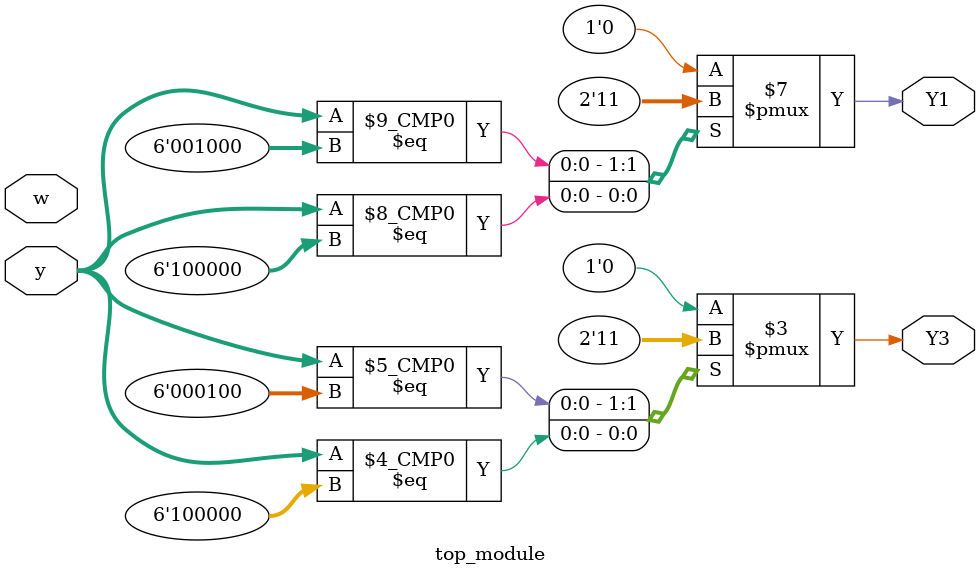
<source format=sv>
module top_module (
    input [5:0] y,
    input w,
    output reg Y1,
    output reg Y3
);

always @*
begin
    case(y)
        6'b000001 : begin
            Y1 = 0;
            Y3 = 0;
        end
        
        6'b000010 : begin
            Y1 = 0;
            Y3 = 0;
        end
        
        6'b000100 : begin
            Y1 = 0;
            Y3 = 1;
        end
        
        6'b001000 : begin
            Y1 = 1;
            Y3 = 0;
        end
        
        6'b010000 : begin
            Y1 = 0;
            Y3 = 0;
        end
        
        6'b100000 : begin
            Y1 = 1;
            Y3 = 1;
        end
        
        default : begin
            Y1 = 0;
            Y3 = 0;
        end
    endcase
end

endmodule

</source>
